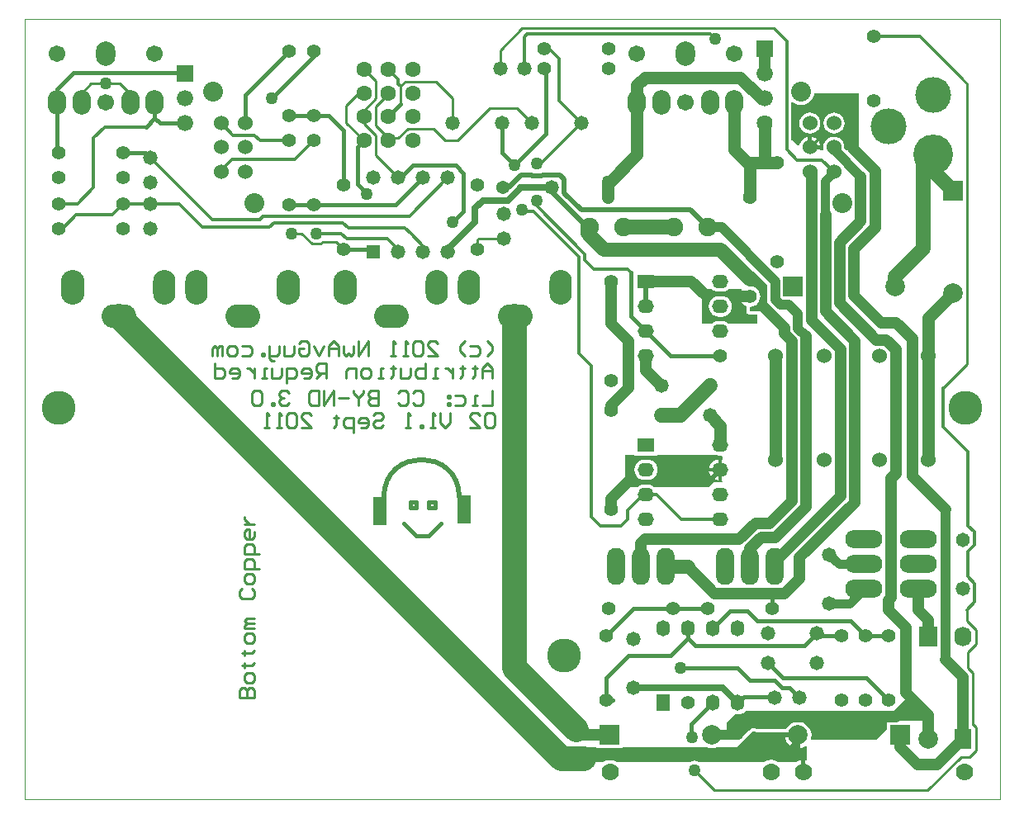
<source format=gbl>
%FSTAX24Y24*%
%MOIN*%
G70*
G01*
G75*
G04 Layer_Physical_Order=2*
G04 Layer_Color=16711680*
%ADD10C,0.0200*%
%ADD11C,0.0220*%
%ADD12C,0.0160*%
%ADD13C,0.0100*%
%ADD14C,0.0150*%
%ADD15C,0.0120*%
%ADD16C,0.0300*%
%ADD17C,0.0250*%
%ADD18C,0.0450*%
%ADD19C,0.0420*%
%ADD20C,0.1000*%
%ADD21C,0.0350*%
%ADD22C,0.0500*%
%ADD23C,0.0600*%
%ADD24C,0.0700*%
%ADD25C,0.0400*%
%ADD26C,0.0550*%
%ADD27C,0.0380*%
%ADD28C,0.0750*%
%ADD29R,0.0559X0.1130*%
%ADD30C,0.0010*%
%ADD31C,0.0670*%
%ADD32O,0.0748X0.0984*%
%ADD33O,0.0787X0.0984*%
%ADD34O,0.0950X0.1400*%
%ADD35O,0.0900X0.1400*%
%ADD36O,0.1400X0.0950*%
%ADD37C,0.0750*%
%ADD38C,0.0580*%
%ADD39C,0.0640*%
%ADD40C,0.0660*%
%ADD41R,0.0660X0.0660*%
%ADD42C,0.0550*%
%ADD43O,0.0540X0.0580*%
%ADD44C,0.0540*%
%ADD45C,0.0500*%
%ADD46C,0.1600*%
%ADD47C,0.1450*%
%ADD48C,0.0700*%
%ADD49O,0.0740X0.1500*%
%ADD50O,0.1500X0.0740*%
%ADD51C,0.0600*%
%ADD52C,0.0800*%
%ADD53O,0.0550X0.0650*%
%ADD54R,0.0550X0.0650*%
%ADD55R,0.0580X0.0580*%
%ADD56O,0.0650X0.0550*%
%ADD57R,0.0650X0.0550*%
%ADD58R,0.0787X0.0787*%
%ADD59C,0.0787*%
%ADD60R,0.0787X0.0787*%
%ADD61R,0.0730X0.0800*%
%ADD62R,0.0690X0.0800*%
%ADD63O,0.0690X0.0800*%
%ADD64C,0.1370*%
%ADD65C,0.0630*%
G36*
X009273Y-010945D02*
X009237Y-010991D01*
X009196Y-011092D01*
X009191Y-011125D01*
X0096D01*
Y-011275D01*
X009191D01*
X009196Y-011308D01*
X009237Y-011409D01*
X009304Y-011496D01*
X009391Y-011562D01*
X009461Y-011592D01*
X009461Y-0116D01*
X009457Y-011619D01*
Y-0118D01*
X009468Y-011855D01*
X009499Y-011901D01*
X009545Y-011932D01*
X0096Y-011943D01*
X0099D01*
Y-0123D01*
X008741D01*
X008659Y-012237D01*
X008558Y-012196D01*
X00845Y-012181D01*
X00835D01*
X008242Y-012196D01*
X008141Y-012237D01*
X008059Y-0123D01*
X00765D01*
Y-0109D01*
X008059D01*
X008141Y-010963D01*
X008242Y-011004D01*
X00835Y-011019D01*
X00845D01*
X008558Y-011004D01*
X008659Y-010963D01*
X008741Y-0109D01*
X009251D01*
X009273Y-010945D01*
D02*
G37*
G36*
X010284Y-010719D02*
Y-011326D01*
X010296Y-011415D01*
X01033Y-011498D01*
X010385Y-011569D01*
X010558Y-011742D01*
X0105Y-0118D01*
X0096D01*
Y-011619D01*
X009708Y-011604D01*
X009809Y-011562D01*
X009896Y-011496D01*
X009962Y-011409D01*
X010004Y-011308D01*
X010019Y-0112D01*
X010004Y-011092D01*
X009962Y-010991D01*
X009896Y-010904D01*
X009809Y-010838D01*
X009708Y-010796D01*
X0096Y-010781D01*
Y-0102D01*
X009765D01*
X010284Y-010719D01*
D02*
G37*
G36*
X008242Y-017604D02*
X00835Y-017619D01*
X00845D01*
X008462Y-017617D01*
X0085Y-01765D01*
Y-01775D01*
X008462Y-017783D01*
X008475Y-017785D01*
Y-0182D01*
Y-018615D01*
X008462Y-018617D01*
X0085Y-01865D01*
Y-018707D01*
X008131D01*
X007921Y-0189D01*
X005741D01*
X005659Y-018837D01*
X005558Y-018796D01*
X00545Y-018781D01*
X00535D01*
X005242Y-018796D01*
X005141Y-018837D01*
X005059Y-0189D01*
X004603D01*
X00455Y-018852D01*
Y-018545D01*
Y-0176D01*
X004935D01*
Y-017615D01*
X005865D01*
Y-0176D01*
X007976D01*
X007976Y-0176D01*
X007976Y-0176D01*
X008Y-01761D01*
Y-017624D01*
X008026Y-0176D01*
X008231D01*
X008242Y-017604D01*
D02*
G37*
G36*
X0166Y-027811D02*
Y-028327D01*
X015442D01*
Y-028366D01*
X015125D01*
Y-028688D01*
X014705Y-0291D01*
X012081D01*
X012053Y-029058D01*
X012061Y-029039D01*
X012079Y-0289D01*
X012061Y-028761D01*
X012007Y-028631D01*
X011922Y-028519D01*
X01181Y-028434D01*
X01168Y-02838D01*
X011541Y-028362D01*
X011402Y-02838D01*
X011272Y-028434D01*
X01116Y-028519D01*
X011075Y-028631D01*
X011065Y-028655D01*
X009852D01*
X009819Y-028642D01*
X00975Y-028633D01*
X009681Y-028642D01*
X009616Y-028669D01*
X009561Y-028711D01*
X009172Y-0291D01*
X00865D01*
Y-02843D01*
Y-028378D01*
X008984Y-028051D01*
X008992Y-028054D01*
X0091Y-028069D01*
X009208Y-028054D01*
X009309Y-028012D01*
X009396Y-027946D01*
X00942Y-027914D01*
X013266D01*
X0133Y-027919D01*
X013334Y-027914D01*
X014216D01*
X01425Y-027919D01*
X014284Y-027914D01*
X015166D01*
X0152Y-027919D01*
X015234Y-027914D01*
X015758D01*
X016231Y-02745D01*
X0166Y-027811D01*
D02*
G37*
G36*
X014Y-005255D02*
X01395Y-0053D01*
X013479D01*
X013397Y-005219D01*
X013404Y-00517D01*
X013389Y-00506D01*
X013347Y-004958D01*
X01328Y-00487D01*
X013192Y-004803D01*
X01309Y-004761D01*
X01298Y-004746D01*
X01287Y-004761D01*
X012768Y-004803D01*
X01268Y-00487D01*
X012613Y-004958D01*
X012571Y-00506D01*
X012556Y-00517D01*
X012567Y-005247D01*
X01253Y-005289D01*
X01246D01*
X012423Y-005247D01*
X012424Y-005245D01*
X01201D01*
Y-00517D01*
X011935D01*
Y-004756D01*
X0119Y-004761D01*
X011798Y-004803D01*
X01171Y-00487D01*
X011643Y-004958D01*
X011601Y-00506D01*
X011598Y-00508D01*
X011533Y-005104D01*
X0113Y-004894D01*
X011264D01*
Y-003361D01*
X011364D01*
X011408Y-003394D01*
X011534Y-003447D01*
X01167Y-003464D01*
X011806Y-003447D01*
X011932Y-003394D01*
X012041Y-003311D01*
X012124Y-003202D01*
X012177Y-003076D01*
X012187Y-003D01*
X014D01*
Y-005255D01*
D02*
G37*
G36*
X011011Y-028838D02*
X011012Y-028825D01*
X011541D01*
Y-0289D01*
X011616D01*
Y-029428D01*
X01168Y-02942D01*
X01181Y-029366D01*
X01185Y-029335D01*
X011895Y-029357D01*
Y-029887D01*
X011858Y-02992D01*
X011825Y-029916D01*
Y-0304D01*
X011675D01*
Y-029916D01*
X011622Y-029923D01*
X011503Y-029972D01*
X011466Y-03D01*
X010734D01*
X010697Y-029972D01*
X010578Y-029923D01*
X01045Y-029906D01*
X010322Y-029923D01*
X010203Y-029972D01*
X010166Y-03D01*
X007561D01*
X007547Y-029989D01*
X007452Y-02995D01*
X00735Y-029937D01*
X007248Y-02995D01*
X007153Y-029989D01*
X007139Y-03D01*
X004234D01*
X004197Y-029972D01*
X004078Y-029923D01*
X00395Y-029906D01*
X003822Y-029923D01*
X003703Y-029972D01*
X003666Y-03D01*
X0031D01*
Y-0294D01*
X003407D01*
Y-029434D01*
X004475D01*
Y-0294D01*
X007872D01*
X00792Y-02942D01*
X008059Y-029438D01*
X008198Y-02942D01*
X008247Y-0294D01*
X009382D01*
X010011Y-0288D01*
X010978D01*
X011011Y-028838D01*
D02*
G37*
%LPC*%
G36*
X008325Y-018275D02*
X007941D01*
X007946Y-018308D01*
X007987Y-018409D01*
X008054Y-018496D01*
X008141Y-018563D01*
X008242Y-018604D01*
X008325Y-018615D01*
Y-018275D01*
D02*
G37*
G36*
X011466Y-028975D02*
X011013D01*
X011021Y-029039D01*
X011075Y-029169D01*
X01116Y-029281D01*
X011272Y-029366D01*
X011402Y-02942D01*
X011466Y-029428D01*
Y-028975D01*
D02*
G37*
G36*
X00545Y-017781D02*
X00535D01*
X005242Y-017796D01*
X005141Y-017838D01*
X005054Y-017904D01*
X004988Y-017991D01*
X004946Y-018092D01*
X004931Y-0182D01*
X004946Y-018308D01*
X004988Y-018409D01*
X005032Y-018467D01*
X005054Y-018496D01*
X005141Y-018563D01*
X005242Y-018604D01*
X00535Y-018619D01*
X00545D01*
X005558Y-018604D01*
X005659Y-018563D01*
X005746Y-018496D01*
X005768Y-018467D01*
X005813Y-018409D01*
X005854Y-018308D01*
X005869Y-0182D01*
X005854Y-018092D01*
X005813Y-017991D01*
X005746Y-017904D01*
X005659Y-017838D01*
X005558Y-017796D01*
X00545Y-017781D01*
D02*
G37*
G36*
X01201Y-003776D02*
X0119Y-003791D01*
X011798Y-003833D01*
X01171Y-0039D01*
X011643Y-003988D01*
X011601Y-00409D01*
X011586Y-0042D01*
X011601Y-00431D01*
X011643Y-004412D01*
X01171Y-0045D01*
X011798Y-004567D01*
X0119Y-004609D01*
X01201Y-004624D01*
X01212Y-004609D01*
X012222Y-004567D01*
X01231Y-0045D01*
X012377Y-004412D01*
X012419Y-00431D01*
X012434Y-0042D01*
X012419Y-00409D01*
X012377Y-003988D01*
X01231Y-0039D01*
X012222Y-003833D01*
X01212Y-003791D01*
X01201Y-003776D01*
D02*
G37*
G36*
X01299D02*
X01288Y-003791D01*
X012778Y-003833D01*
X01269Y-0039D01*
X012623Y-003988D01*
X012581Y-00409D01*
X012566Y-0042D01*
X012581Y-00431D01*
X012623Y-004412D01*
X01269Y-0045D01*
X012778Y-004567D01*
X01288Y-004609D01*
X01299Y-004624D01*
X0131Y-004609D01*
X013202Y-004567D01*
X01329Y-0045D01*
X013357Y-004412D01*
X013399Y-00431D01*
X013414Y-0042D01*
X013399Y-00409D01*
X013357Y-003988D01*
X01329Y-0039D01*
X013202Y-003833D01*
X0131Y-003791D01*
X01299Y-003776D01*
D02*
G37*
G36*
X012085Y-004756D02*
Y-005095D01*
X012424D01*
X012419Y-00506D01*
X012377Y-004958D01*
X01231Y-00487D01*
X012222Y-004803D01*
X01212Y-004761D01*
X012085Y-004756D01*
D02*
G37*
G36*
X008325Y-017785D02*
X008242Y-017796D01*
X008141Y-017838D01*
X008054Y-017904D01*
X008Y-017974D01*
X007987Y-017991D01*
X007946Y-018092D01*
X007941Y-018125D01*
X008325D01*
Y-017785D01*
D02*
G37*
G36*
X00845Y-011181D02*
X00835D01*
X008242Y-011196D01*
X008141Y-011237D01*
X008054Y-011304D01*
X007987Y-011391D01*
X007946Y-011492D01*
X007931Y-0116D01*
X007946Y-011708D01*
X007987Y-011809D01*
X008054Y-011896D01*
X008141Y-011962D01*
X008242Y-012004D01*
X00835Y-012019D01*
X00845D01*
X008558Y-012004D01*
X008659Y-011962D01*
X008746Y-011896D01*
X008813Y-011809D01*
X008854Y-011708D01*
X008869Y-0116D01*
X008854Y-011492D01*
X008813Y-011391D01*
X008746Y-011304D01*
X008659Y-011237D01*
X008558Y-011196D01*
X00845Y-011181D01*
D02*
G37*
%LPD*%
D10*
X-002139Y-0193D02*
G03*
X-005181Y-0193I-001521J0D01*
G01*
X002783Y-0077D02*
X007189D01*
X00788Y-01872D02*
X0084Y-0182D01*
X00562Y-01872D02*
X00788D01*
X004505Y-018705D02*
X005605D01*
X004Y-01921D02*
X004505Y-018705D01*
X005605D02*
X00562Y-01872D01*
X004Y-0198D02*
Y-01921D01*
X003714Y-02983D02*
X00882D01*
X009053Y-029597D01*
X0029Y-02985D02*
X003694D01*
X003714Y-02983D01*
X00975Y-0289D02*
X011541D01*
X01019Y-01166D02*
X010207Y-011643D01*
Y-010807D01*
X-000384Y-0068D02*
X-000158D01*
X001584Y-006954D02*
X00303Y-0084D01*
X001584Y-006954D02*
Y-0068D01*
X0021Y-007017D02*
Y-006651D01*
Y-007017D02*
X002783Y-0077D01*
X004Y-0198D02*
X004095Y-019705D01*
X0054Y-0116D02*
Y-0106D01*
X0021Y-006651D02*
Y-00645D01*
X000805Y-00631D02*
X001195D01*
X000795Y-0063D02*
X000805Y-00631D01*
X00194Y-00629D02*
X0021Y-00645D01*
X001215Y-00629D02*
X00194D01*
X001195Y-00631D02*
X001215Y-00629D01*
X000345Y-0063D02*
X000795D01*
X000285Y-00636D02*
X000345Y-0063D01*
X000282Y-00636D02*
X000285D01*
X-000158Y-0068D02*
X000282Y-00636D01*
X007745Y-011105D02*
X009605D01*
X0097Y-0112D01*
X007189Y-0077D02*
X007889Y-0084D01*
X0099Y-0105D02*
X010207Y-010807D01*
X0096Y-0105D02*
X0099D01*
D12*
X-008Y-0015D02*
Y-0013D01*
X-009695Y-003195D02*
X-008Y-0015D01*
X-01076Y-00306D02*
X-009Y-0013D01*
Y-0039D02*
X-0074D01*
X-0068Y-0045D01*
X0068Y-0262D02*
X0091D01*
X0096Y-0267D01*
X0104D01*
X01425Y-0249D02*
X0152D01*
X0143Y-0266D02*
X0152Y-0275D01*
X010916Y-0266D02*
X0143D01*
X010316Y-026D02*
X010916Y-0266D01*
X01365Y-0243D02*
X01425Y-0249D01*
X0081Y-0246D02*
X0088Y-0239D01*
X0095D01*
X0099Y-0243D01*
X01365D01*
X0038Y-0249D02*
X0049Y-0238D01*
X0065D01*
X0079D01*
X-005984Y-005016D02*
Y-0048D01*
X-00229Y-0059D02*
X-00197Y-00622D01*
X-004Y-0059D02*
X-00229D01*
X-0045Y-0064D02*
X-004Y-0059D01*
X-0046Y-0064D02*
X-0045D01*
X-0068Y-0067D02*
Y-0045D01*
X-014432Y-003992D02*
X-014223Y-0042D01*
X-0132D01*
X-014432Y-003992D02*
Y-003368D01*
X-01479Y-00435D02*
X-014432Y-003992D01*
X-01076Y-0042D02*
Y-00306D01*
X-0148Y-0054D02*
X-0146Y-0056D01*
X-0157Y-0054D02*
X-0148D01*
X-018369Y-005332D02*
X-0183Y-0054D01*
X0104Y-0267D02*
X0106D01*
X0109Y-027D01*
X0112D01*
X0116Y-0274D01*
X-00197Y-00777D02*
Y-00622D01*
X-0024Y-0082D02*
X-00197Y-00777D01*
D13*
X-017Y-0026D02*
X-01585D01*
X-015416Y-003368D02*
Y-003034D01*
X-01585Y-0026D02*
X-015416Y-003034D01*
X-017384Y-002984D02*
X-017Y-0026D01*
X-017384Y-003368D02*
Y-002984D01*
X00735Y-03033D02*
X007375D01*
X00817Y-031125D01*
X016775D01*
X018116Y-029784D01*
X-017384Y-003368D02*
Y-002984D01*
X-015416Y-003368D02*
Y-003134D01*
X-00049Y-002D02*
Y-001265D01*
X0004Y-000375D01*
X-004317Y-002515D02*
X-003085D01*
X-0024Y-0032D01*
Y-0042D02*
Y-0032D01*
X-004508Y-003424D02*
Y-002705D01*
X-004317Y-002515D01*
X-005Y-0048D02*
X-004602D01*
X-004217Y-004415D01*
X-003185D01*
X-0027Y-0049D01*
X-0022D01*
X-0009Y-0036D01*
X0002D01*
X0008Y-0042D01*
X-004417Y-002599D02*
X-004401D01*
X-0055Y-0055D02*
X-0046Y-0064D01*
X-0055Y-0055D02*
Y-005102D01*
X-005499Y-005101D01*
X-0055Y-005102D02*
X-005499Y-005101D01*
Y-004699D01*
X-005984Y-004214D02*
Y-003916D01*
Y-004214D02*
X-005499Y-004699D01*
X-0055Y-0043D02*
X-005Y-0048D01*
Y-0049D02*
Y-0048D01*
X-005499Y-003201D02*
Y-002501D01*
X-005984Y-003916D02*
Y-003686D01*
Y-002016D02*
X-005499Y-002501D01*
X-005984Y-003686D02*
X-005499Y-003201D01*
X-0055Y-0043D02*
X-005499Y-004299D01*
Y-003512D01*
X-005Y-003013D01*
Y-003D01*
X-0067Y-004184D02*
X-005984Y-0049D01*
X-0067Y-004184D02*
Y-0035D01*
X-0062Y-003D01*
X-005984D01*
X010575Y-000375D02*
X01108Y-00088D01*
X0004Y-000375D02*
X010575D01*
X-008494Y-00865D02*
X-008074Y-00907D01*
X-007726D01*
X-007656Y-009D01*
X-0071D01*
X-0068Y-0093D01*
X-0089Y-00865D02*
X-008494D01*
X-0014Y-0089D02*
X-00135Y-00885D01*
X-00035D01*
X-0014Y-0093D02*
Y-0089D01*
X01201Y-00517D02*
X01203D01*
X0125Y-0047D01*
X013228D01*
X01375Y-005222D01*
X01835Y-024308D02*
Y-02385D01*
Y-024308D02*
X018715Y-024673D01*
Y-025235D02*
Y-024673D01*
X0184Y-02555D02*
X018715Y-025235D01*
X0184Y-026191D02*
Y-02555D01*
Y-026191D02*
X018595Y-026386D01*
Y-028489D02*
Y-026386D01*
Y-028489D02*
X018615D01*
X018715Y-028589D01*
Y-029529D02*
Y-028589D01*
X018116Y-029784D02*
X01846D01*
X018715Y-029529D01*
X018364Y-011506D02*
Y-002614D01*
X01815Y-0024D02*
X018364Y-002614D01*
Y-013936D02*
Y-011506D01*
X0174Y-0149D02*
X018364Y-013936D01*
X-011Y-0274D02*
X-0104D01*
Y-0271D01*
X-0105Y-027D01*
X-0106D01*
X-0107Y-0271D01*
Y-0274D01*
Y-0271D01*
X-0108Y-027D01*
X-0109D01*
X-011Y-0271D01*
Y-0274D01*
X-0104Y-0267D02*
Y-0265D01*
X-0105Y-0264D01*
X-0107D01*
X-0108Y-0265D01*
Y-0267D01*
X-0107Y-0268D01*
X-0105D01*
X-0104Y-0267D01*
X-0109Y-0261D02*
X-0108D01*
Y-0262D01*
Y-026D01*
Y-0261D01*
X-0105D01*
X-0104Y-026D01*
X-0109Y-025601D02*
X-0108D01*
Y-025701D01*
Y-025501D01*
Y-025601D01*
X-0105D01*
X-0104Y-025501D01*
Y-025101D02*
Y-024901D01*
X-0105Y-024801D01*
X-0107D01*
X-0108Y-024901D01*
Y-025101D01*
X-0107Y-025201D01*
X-0105D01*
X-0104Y-025101D01*
Y-024601D02*
X-0108D01*
Y-024501D01*
X-0107Y-024401D01*
X-0104D01*
X-0107D01*
X-0108Y-024301D01*
X-0107Y-024201D01*
X-0104D01*
X-0109Y-023001D02*
X-011Y-023101D01*
Y-023301D01*
X-0109Y-023401D01*
X-0105D01*
X-0104Y-023301D01*
Y-023101D01*
X-0105Y-023001D01*
X-0104Y-022702D02*
Y-022502D01*
X-0105Y-022402D01*
X-0107D01*
X-0108Y-022502D01*
Y-022702D01*
X-0107Y-022801D01*
X-0105D01*
X-0104Y-022702D01*
X-0102Y-022202D02*
X-0108D01*
Y-021902D01*
X-0107Y-021802D01*
X-0105D01*
X-0104Y-021902D01*
Y-022202D01*
X-0102Y-021602D02*
X-0108D01*
Y-021302D01*
X-0107Y-021202D01*
X-0105D01*
X-0104Y-021302D01*
Y-021602D01*
Y-020702D02*
Y-020902D01*
X-0105Y-021002D01*
X-0107D01*
X-0108Y-020902D01*
Y-020702D01*
X-0107Y-020602D01*
X-0106D01*
Y-021002D01*
X-0108Y-020402D02*
X-0104D01*
X-0106D01*
X-0107Y-020302D01*
X-0108Y-020202D01*
Y-020102D01*
X-001Y-0136D02*
X-0008Y-0134D01*
Y-0132D01*
X-001Y-013D01*
X-0017Y-0132D02*
X-0014D01*
X-0013Y-0133D01*
Y-0135D01*
X-0014Y-0136D01*
X-0017D01*
X-0019D02*
X-0021Y-0134D01*
Y-0132D01*
X-0019Y-013D01*
X-003399Y-0136D02*
X-002999D01*
X-003399Y-0132D01*
Y-0131D01*
X-003299Y-013D01*
X-003099D01*
X-002999Y-0131D01*
X-003599D02*
X-003699Y-013D01*
X-003899D01*
X-003999Y-0131D01*
Y-0135D01*
X-003899Y-0136D01*
X-003699D01*
X-003599Y-0135D01*
Y-0131D01*
X-004199Y-0136D02*
X-004399D01*
X-004299D01*
Y-013D01*
X-004199Y-0131D01*
X-004699Y-0136D02*
X-004899D01*
X-004799D01*
Y-013D01*
X-004699Y-0131D01*
X-005798Y-0136D02*
Y-013D01*
X-006198Y-0136D01*
Y-013D01*
X-006398Y-0132D02*
Y-0135D01*
X-006498Y-0136D01*
X-006598Y-0135D01*
X-006698Y-0136D01*
X-006798Y-0135D01*
Y-0132D01*
X-006998Y-0136D02*
Y-0132D01*
X-007198Y-013D01*
X-007398Y-0132D01*
Y-0136D01*
Y-0133D01*
X-006998D01*
X-007598Y-0132D02*
X-007798Y-0136D01*
X-007998Y-0132D01*
X-008597Y-0131D02*
X-008498Y-013D01*
X-008298D01*
X-008198Y-0131D01*
Y-0135D01*
X-008298Y-0136D01*
X-008498D01*
X-008597Y-0135D01*
Y-0133D01*
X-008398D01*
X-008797Y-0132D02*
Y-0135D01*
X-008897Y-0136D01*
X-009197D01*
Y-0132D01*
X-009397D02*
Y-0135D01*
X-009497Y-0136D01*
X-009797D01*
Y-0137D01*
X-009697Y-0138D01*
X-009597D01*
X-009797Y-0136D02*
Y-0132D01*
X-009997Y-0136D02*
Y-0135D01*
X-010097D01*
Y-0136D01*
X-009997D01*
X-010897Y-0132D02*
X-010597D01*
X-010497Y-0133D01*
Y-0135D01*
X-010597Y-0136D01*
X-010897D01*
X-011197D02*
X-011397D01*
X-011497Y-0135D01*
Y-0133D01*
X-011397Y-0132D01*
X-011197D01*
X-011097Y-0133D01*
Y-0135D01*
X-011197Y-0136D01*
X-011696D02*
Y-0132D01*
X-011796D01*
X-011896Y-0133D01*
Y-0136D01*
Y-0133D01*
X-011996Y-0132D01*
X-012096Y-0133D01*
Y-0136D01*
X-0008Y-015D02*
Y-0156D01*
X-0012D01*
X-0014D02*
X-0016D01*
X-0015D01*
Y-0152D01*
X-0014D01*
X-0023D02*
X-002D01*
X-0019Y-0153D01*
Y-0155D01*
X-002Y-0156D01*
X-0023D01*
X-002499Y-0152D02*
X-002599D01*
Y-0153D01*
X-002499D01*
Y-0152D01*
Y-0155D02*
X-002599D01*
Y-0156D01*
X-002499D01*
Y-0155D01*
X-003999Y-0151D02*
X-003899Y-015D01*
X-003699D01*
X-003599Y-0151D01*
Y-0155D01*
X-003699Y-0156D01*
X-003899D01*
X-003999Y-0155D01*
X-004599Y-0151D02*
X-004499Y-015D01*
X-004299D01*
X-004199Y-0151D01*
Y-0155D01*
X-004299Y-0156D01*
X-004499D01*
X-004599Y-0155D01*
X-005399Y-015D02*
Y-0156D01*
X-005698D01*
X-005798Y-0155D01*
Y-0154D01*
X-005698Y-0153D01*
X-005399D01*
X-005698D01*
X-005798Y-0152D01*
Y-0151D01*
X-005698Y-015D01*
X-005399D01*
X-005998D02*
Y-0151D01*
X-006198Y-0153D01*
X-006398Y-0151D01*
Y-015D01*
X-006198Y-0153D02*
Y-0156D01*
X-006598Y-0153D02*
X-006998D01*
X-007198Y-0156D02*
Y-015D01*
X-007598Y-0156D01*
Y-015D01*
X-007798D02*
Y-0156D01*
X-008098D01*
X-008198Y-0155D01*
Y-0151D01*
X-008098Y-015D01*
X-007798D01*
X-008997Y-0151D02*
X-009097Y-015D01*
X-009297D01*
X-009397Y-0151D01*
Y-0152D01*
X-009297Y-0153D01*
X-009197D01*
X-009297D01*
X-009397Y-0154D01*
Y-0155D01*
X-009297Y-0156D01*
X-009097D01*
X-008997Y-0155D01*
X-009597Y-0156D02*
Y-0155D01*
X-009697D01*
Y-0156D01*
X-009597D01*
X-010097Y-0151D02*
X-010197Y-015D01*
X-010397D01*
X-010497Y-0151D01*
Y-0155D01*
X-010397Y-0156D01*
X-010197D01*
X-010097Y-0155D01*
Y-0151D01*
X-0008Y-0145D02*
Y-0141D01*
X-001Y-0139D01*
X-0012Y-0141D01*
Y-0145D01*
Y-0142D01*
X-0008D01*
X-0015Y-014D02*
Y-0141D01*
X-0014D01*
X-0016D01*
X-0015D01*
Y-0144D01*
X-0016Y-0145D01*
X-002Y-014D02*
Y-0141D01*
X-0019D01*
X-0021D01*
X-002D01*
Y-0144D01*
X-0021Y-0145D01*
X-002399Y-0141D02*
Y-0145D01*
Y-0143D01*
X-002499Y-0142D01*
X-002599Y-0141D01*
X-002699D01*
X-002999Y-0145D02*
X-003199D01*
X-003099D01*
Y-0141D01*
X-002999D01*
X-003499Y-0139D02*
Y-0145D01*
X-003799D01*
X-003899Y-0144D01*
Y-0143D01*
Y-0142D01*
X-003799Y-0141D01*
X-003499D01*
X-004099D02*
Y-0144D01*
X-004199Y-0145D01*
X-004499D01*
Y-0141D01*
X-004799Y-014D02*
Y-0141D01*
X-004699D01*
X-004899D01*
X-004799D01*
Y-0144D01*
X-004899Y-0145D01*
X-005199D02*
X-005399D01*
X-005299D01*
Y-0141D01*
X-005199D01*
X-005798Y-0145D02*
X-005998D01*
X-006098Y-0144D01*
Y-0142D01*
X-005998Y-0141D01*
X-005798D01*
X-005698Y-0142D01*
Y-0144D01*
X-005798Y-0145D01*
X-006298D02*
Y-0141D01*
X-006598D01*
X-006698Y-0142D01*
Y-0145D01*
X-007498D02*
Y-0139D01*
X-007798D01*
X-007898Y-014D01*
Y-0142D01*
X-007798Y-0143D01*
X-007498D01*
X-007698D02*
X-007898Y-0145D01*
X-008398D02*
X-008198D01*
X-008098Y-0144D01*
Y-0142D01*
X-008198Y-0141D01*
X-008398D01*
X-008498Y-0142D01*
Y-0143D01*
X-008098D01*
X-009097Y-0147D02*
Y-0141D01*
X-008797D01*
X-008697Y-0142D01*
Y-0144D01*
X-008797Y-0145D01*
X-009097D01*
X-009297Y-0141D02*
Y-0144D01*
X-009397Y-0145D01*
X-009697D01*
Y-0141D01*
X-009897Y-0145D02*
X-010097D01*
X-009997D01*
Y-0141D01*
X-009897D01*
X-010397D02*
Y-0145D01*
Y-0143D01*
X-010497Y-0142D01*
X-010597Y-0141D01*
X-010697D01*
X-011297Y-0145D02*
X-011097D01*
X-010997Y-0144D01*
Y-0142D01*
X-011097Y-0141D01*
X-011297D01*
X-011397Y-0142D01*
Y-0143D01*
X-010997D01*
X-011996Y-0139D02*
Y-0145D01*
X-011696D01*
X-011597Y-0144D01*
Y-0142D01*
X-011696Y-0141D01*
X-011996D01*
X-001Y-0159D02*
X-0008D01*
X-0007Y-016D01*
Y-0164D01*
X-0008Y-0165D01*
X-001D01*
X-0011Y-0164D01*
Y-016D01*
X-001Y-0159D01*
X-0017Y-0165D02*
X-0013D01*
X-0017Y-0161D01*
Y-016D01*
X-0016Y-0159D01*
X-0014D01*
X-0013Y-016D01*
X-002499Y-0159D02*
Y-0163D01*
X-002699Y-0165D01*
X-002899Y-0163D01*
Y-0159D01*
X-003099Y-0165D02*
X-003299D01*
X-003199D01*
Y-0159D01*
X-003099Y-016D01*
X-003599Y-0165D02*
Y-0164D01*
X-003699D01*
Y-0165D01*
X-003599D01*
X-004099D02*
X-004299D01*
X-004199D01*
Y-0159D01*
X-004099Y-016D01*
X-005598D02*
X-005498Y-0159D01*
X-005299D01*
X-005199Y-016D01*
Y-0161D01*
X-005299Y-0162D01*
X-005498D01*
X-005598Y-0163D01*
Y-0164D01*
X-005498Y-0165D01*
X-005299D01*
X-005199Y-0164D01*
X-006098Y-0165D02*
X-005898D01*
X-005798Y-0164D01*
Y-0162D01*
X-005898Y-0161D01*
X-006098D01*
X-006198Y-0162D01*
Y-0163D01*
X-005798D01*
X-006398Y-0167D02*
Y-0161D01*
X-006698D01*
X-006798Y-0162D01*
Y-0164D01*
X-006698Y-0165D01*
X-006398D01*
X-007098Y-016D02*
Y-0161D01*
X-006998D01*
X-007198D01*
X-007098D01*
Y-0164D01*
X-007198Y-0165D01*
X-008497D02*
X-008098D01*
X-008497Y-0161D01*
Y-016D01*
X-008398Y-0159D01*
X-008198D01*
X-008098Y-016D01*
X-008697D02*
X-008797Y-0159D01*
X-008997D01*
X-009097Y-016D01*
Y-0164D01*
X-008997Y-0165D01*
X-008797D01*
X-008697Y-0164D01*
Y-016D01*
X-009297Y-0165D02*
X-009497D01*
X-009397D01*
Y-0159D01*
X-009297Y-016D01*
X-009797Y-0165D02*
X-009997D01*
X-009897D01*
Y-0159D01*
X-009797Y-016D01*
D14*
X-018369Y-002828D02*
X-017695Y-002155D01*
X-013245D01*
X-0132Y-0022D01*
X00724Y-02899D02*
X00725Y-029D01*
X00724Y-02899D02*
Y-02846D01*
X0048Y-0105D02*
Y-01023D01*
X-0004Y-0054D02*
X00009Y-00589D01*
X-0004Y-0054D02*
Y-0042D01*
X00724Y-02846D02*
X0081Y-0276D01*
X0064Y-0257D02*
X0071Y-025D01*
X0047Y-0257D02*
X0064D01*
X0038Y-0266D02*
X0047Y-0257D01*
X0038Y-0275D02*
Y-0266D01*
X0071Y-025D02*
Y-0246D01*
Y-025D02*
X0074Y-0253D01*
X011784D01*
X012284Y-0248D01*
X012384Y-0249D01*
X0133D01*
X0105Y-0238D02*
Y-023195D01*
Y-0238D02*
Y-023562D01*
X0038Y-0275D02*
X00405D01*
X-005Y-0051D02*
Y-0048D01*
X-00625Y-00667D02*
Y-00571D01*
Y-00667D02*
X-00587Y-00705D01*
X-0057Y-0093D02*
X-0056Y-0094D01*
X-0068Y-0093D02*
X-0057D01*
X-009Y-0075D02*
X-0047D01*
X-0036Y-0064D01*
X-018369Y-003368D02*
Y-002828D01*
Y-005332D02*
Y-003368D01*
X0048Y-012D02*
Y-0105D01*
Y-012D02*
X0054Y-0126D01*
X0064Y-0136D02*
X0084D01*
X0054Y-0126D02*
X0064Y-0136D01*
X0091Y-0276D02*
X00935Y-02735D01*
X01055D01*
X0106Y-0274D01*
X00135Y-00463D02*
Y-002D01*
X00009Y-00589D02*
X00135Y-00463D01*
X-005Y-003916D02*
X-004508Y-003424D01*
X-005Y-0049D02*
Y-0048D01*
X-00625Y-00571D02*
Y-005166D01*
X-005984Y-0049D01*
X-00437Y-02035D02*
X-00387Y-02085D01*
X-00337D01*
X-00287Y-02035D01*
X-00411Y-01974D02*
Y-01949D01*
X-00386D01*
Y-01974D01*
X-00411D01*
X-00336D02*
Y-01949D01*
X-00311D01*
Y-01974D01*
X-00336D01*
D15*
X-00433Y-00843D02*
X-00409Y-00867D01*
X-00661Y-00843D02*
X-00433D01*
X-00683Y-00821D02*
X-00661Y-00843D01*
X-00726Y-00821D02*
X-00683D01*
X-008Y-00865D02*
X-006894D01*
X-006684Y-00886D01*
X-00504D01*
X-0046Y-0093D01*
Y-0094D02*
Y-0093D01*
X-0146Y-0056D02*
X-01211Y-00809D01*
X-01019D01*
X-01006Y-00796D01*
X-00818D01*
X-00836Y-00821D02*
X-00726D01*
X-00409Y-00867D02*
X-0036Y-00916D01*
Y-0094D02*
Y-00916D01*
X-004155Y-007955D02*
X-0026Y-0064D01*
X-00818Y-00796D02*
X-008175Y-007955D01*
X-004155D01*
X00439Y-02046D02*
X00467Y-02018D01*
Y-01983D01*
X0053Y-0192D01*
X0054D01*
X00584D01*
X00684Y-0202D01*
X0084D01*
X00116Y-00584D02*
X0028Y-0042D01*
X001Y-00584D02*
X00116D01*
X01108Y-00526D02*
X011499Y-005679D01*
X012489D02*
X01298Y-00617D01*
X01459Y-00071D02*
X0146Y-0007D01*
X-00876Y-00566D02*
X-008Y-0049D01*
X-0113Y-00566D02*
X-00876D01*
X-01174Y-0061D02*
X-0113Y-00566D01*
X-01174Y-00617D02*
Y-0061D01*
Y-0042D02*
X-01126Y-00468D01*
X-0104D01*
X-01018Y-0049D01*
X-0092D01*
X011499Y-005679D02*
X012489D01*
X-01645Y-0026D02*
X-0164Y-00265D01*
X00049Y-002D02*
Y-000715D01*
X0006Y-000605D01*
X008D01*
X0019Y-0033D02*
X0028Y-0042D01*
X0019Y-0033D02*
Y-0016D01*
X0013Y-0012D02*
X0015D01*
X0019Y-0016D01*
X-005Y-002016D02*
X-0046Y-002416D01*
Y-002613D02*
Y-002416D01*
Y-002613D02*
X-004508Y-002705D01*
X008Y-000605D02*
X008195Y-0008D01*
X0082D01*
X01108Y-00526D02*
Y-00088D01*
X-00871Y-00821D02*
X-00836D01*
X-0183Y-00745D02*
X-01755D01*
X-0169Y-0068D01*
Y-0048D01*
X-01645Y-00435D01*
X-01479D01*
X-0183Y-00845D02*
X-01815D01*
X-0176Y-0079D01*
X-01615D01*
X-0157Y-00745D01*
X-0146D01*
X-01345D01*
X-0125Y-0084D01*
X00356Y-02046D02*
X00439D01*
X0032Y-0201D02*
X00356Y-02046D01*
X0027Y-0135D02*
Y-0096D01*
Y-0135D02*
X0032Y-014D01*
Y-0201D02*
Y-014D01*
X-00961Y-00821D02*
X-00871D01*
X-0098Y-0084D02*
X-00961Y-00821D01*
X-0125Y-0084D02*
X-0098D01*
X00047Y-00777D02*
X00087D01*
X0004Y-0077D02*
X00047Y-00777D01*
X00087D02*
X0027Y-0096D01*
X00098Y-007541D02*
Y-00734D01*
Y-007541D02*
X00294Y-009501D01*
Y-00974D02*
Y-009501D01*
Y-00974D02*
X0033Y-0101D01*
X00467D01*
X0048Y-01023D01*
X0146Y-0007D02*
X01645D01*
X01815Y-0024D01*
X0174Y-01645D02*
Y-0149D01*
X01865Y-021222D02*
Y-020809D01*
X018386Y-021486D02*
X01865Y-021222D01*
X018386Y-022506D02*
Y-021486D01*
Y-022506D02*
X01867Y-02279D01*
X01835Y-02385D02*
X01867Y-02353D01*
Y-02279D01*
X01865Y-020809D02*
Y-0207D01*
X0184Y-02045D02*
X01865Y-0207D01*
X0184Y-02045D02*
Y-01745D01*
X0174Y-01645D02*
X0184Y-01745D01*
D16*
X009121Y-0289D02*
X009801Y-02822D01*
D17*
X008484Y-026984D02*
X0091Y-0276D01*
X0049Y-026984D02*
X008484D01*
X009053Y-029597D02*
X00975Y-0289D01*
X00033Y-0068D02*
X001584D01*
X-0026Y-0094D02*
X-00245D01*
X00033Y-006814D02*
Y-0068D01*
X-000171Y-007315D02*
X00033Y-006814D01*
X-001185Y-007315D02*
X-000171D01*
X-0015Y-00763D02*
X-001185Y-007315D01*
X-0015Y-0082D02*
Y-00763D01*
X-0026Y-0093D02*
X-0015Y-0082D01*
X-0026Y-0094D02*
Y-0093D01*
X011541Y-029209D02*
Y-0289D01*
X011152Y-029597D02*
X011541Y-029209D01*
X009053Y-029597D02*
X011152D01*
D18*
X004Y-019355D02*
X00465Y-018705D01*
X004Y-0198D02*
Y-019355D01*
X015504Y-028161D02*
X016183Y-027483D01*
X01492Y-028161D02*
X015504D01*
X014232Y-02885D02*
X01492Y-028161D01*
X012536Y-02885D02*
X014232D01*
X011847Y-028161D02*
X012536Y-02885D01*
X010616Y-028161D02*
X011847D01*
X015659Y-029409D02*
X01635Y-0301D01*
X015659Y-029409D02*
Y-0289D01*
X01635Y-0301D02*
X017159D01*
X0182Y-029059D01*
X0028Y-0289D02*
X003941D01*
X0026Y-0287D02*
X0028Y-0289D01*
X0164Y-02385D02*
Y-023D01*
Y-02385D02*
X0168Y-02425D01*
Y-024941D02*
Y-02425D01*
X016155Y-018455D02*
X0175Y-0198D01*
X01375Y-005222D02*
X014645Y-006117D01*
Y-008411D02*
Y-006117D01*
X01379Y-009266D02*
X014645Y-008411D01*
X01379Y-01115D02*
Y-009266D01*
Y-01115D02*
X01489Y-01225D01*
X0155D01*
X016155Y-012905D01*
Y-018455D02*
Y-012905D01*
X0175Y-02585D02*
X0182Y-02655D01*
Y-02855D02*
Y-02655D01*
X01322Y-01147D02*
X014705Y-012955D01*
X0168Y-029059D02*
Y-0281D01*
X0159Y-0272D02*
X0168Y-0281D01*
X0159Y-0272D02*
Y-02455D01*
X0152Y-02385D02*
X0159Y-02455D01*
X0152Y-02385D02*
Y-023457D01*
X015295Y-023362D01*
Y-018542D01*
X015485Y-018352D01*
Y-013333D01*
X015107Y-012955D02*
X015485Y-013333D01*
X014705Y-012955D02*
X015107D01*
X01322Y-01147D02*
Y-00903D01*
X014075Y-008175D02*
Y-006353D01*
X01322Y-00903D02*
X014075Y-008175D01*
X01298Y-005258D02*
Y-00517D01*
X0096Y-02137D02*
X01005Y-02092D01*
X0096Y-0221D02*
Y-02137D01*
X0106Y-0222D02*
Y-02192D01*
X01205Y-02047D01*
X01265Y-0118D02*
Y-0079D01*
Y-0118D02*
X0137Y-01285D01*
Y-012867D02*
Y-01285D01*
Y-012867D02*
X013815Y-012982D01*
Y-019511D02*
Y-012982D01*
X0116Y-021726D02*
X013815Y-019511D01*
X008172Y-023195D02*
X011D01*
X007077Y-0221D02*
X008172Y-023195D01*
X0106Y-0222D02*
Y-02192D01*
X01205Y-02047D02*
X013245Y-019275D01*
Y-013333D01*
X01208Y-012167D02*
X013245Y-013333D01*
X01208Y-012167D02*
Y-00624D01*
X01201Y-00617D02*
X01208Y-00624D01*
X011855Y-019701D02*
Y-012799D01*
X010636Y-02092D02*
X011855Y-019701D01*
X01005Y-02092D02*
X010636D01*
X012Y-00618D02*
X01201Y-00617D01*
X0182Y-029059D02*
Y-02855D01*
X009814Y-02035D02*
X0104D01*
X00535Y-021D02*
X009164D01*
X0052Y-02115D02*
X00535Y-021D01*
X0052Y-0221D02*
Y-02115D01*
X009164Y-021D02*
X009814Y-02035D01*
X0054Y-014184D02*
Y-0136D01*
Y-014184D02*
X006016Y-0148D01*
X0104Y-02035D02*
X011285Y-019465D01*
Y-013D01*
X01099Y-012704D02*
X011285Y-013D01*
X01099Y-012704D02*
Y-012459D01*
X01019Y-01166D02*
X01099Y-012459D01*
X0054Y-0106D02*
X00724D01*
X007745Y-011105D01*
X004Y-0158D02*
Y-0156D01*
X0047Y-0149D01*
Y-013D01*
X004Y-0123D02*
X0047Y-013D01*
X004Y-0123D02*
Y-0106D01*
X011Y-023195D02*
X0116Y-022595D01*
Y-021726D01*
X009Y-0112D02*
X0096D01*
X008963Y-011237D02*
X009Y-0112D01*
X0102Y-0022D02*
Y-0012D01*
D20*
X00198Y-02985D02*
X0029D01*
X-01587Y-012D02*
X00198Y-02985D01*
X00009Y-02619D02*
X0026Y-0287D01*
X00009Y-02619D02*
Y-012D01*
D21*
X012635Y-006515D02*
X01298Y-00617D01*
X012635Y-007885D02*
Y-006515D01*
Y-007885D02*
X01265Y-0079D01*
X010557Y-02822D02*
X010616Y-028161D01*
X009801Y-02822D02*
X010557D01*
X013616Y-023584D02*
X0142Y-023D01*
X0128Y-023584D02*
X013616D01*
X0128Y-021616D02*
X013184Y-022D01*
X0142D01*
D22*
X00385Y-0072D02*
Y-00655D01*
Y-00665D02*
Y-00655D01*
X01064Y-0178D02*
Y-0136D01*
X0168Y-0178D02*
Y-012059D01*
X0178Y-011059D01*
X0084Y-0172D02*
Y-016416D01*
X007984Y-016D02*
X0084Y-016416D01*
X00385Y-00665D02*
X005031Y-005469D01*
Y-003368D01*
X0095Y-0058D02*
X0107D01*
X008968Y-005268D02*
X0095Y-0058D01*
X008968Y-005268D02*
Y-003368D01*
X0096Y-0072D02*
Y-0059D01*
X0095Y-0058D02*
X0096Y-0059D01*
X01005Y-0032D02*
X0102D01*
X0092Y-00235D02*
X01005Y-0032D01*
X00535Y-00235D02*
X0092D01*
X005031Y-002668D02*
X00535Y-00235D01*
X005031Y-003368D02*
Y-002668D01*
X0102Y-00575D02*
Y-0042D01*
Y-00575D02*
X01025Y-0058D01*
D23*
X016584Y-007984D02*
X0166Y-008D01*
Y-005852D02*
X017Y-005452D01*
X0166Y-00925D02*
Y-005852D01*
X015459Y-010391D02*
X0166Y-00925D01*
X015459Y-0108D02*
Y-010391D01*
X017Y-006141D02*
X0178Y-006941D01*
X017Y-006141D02*
Y-005452D01*
X006784Y-016D02*
X007984Y-0148D01*
X006016Y-016D02*
X006784D01*
X004489Y-0084D02*
X006511D01*
D25*
X008059Y-0289D02*
X009121D01*
X0175Y-02585D02*
Y-0198D01*
X01298Y-005258D02*
X014075Y-006353D01*
X01045Y-0304D02*
Y-03035D01*
X011535Y-012479D02*
X011855Y-012799D01*
X011535Y-012479D02*
Y-011885D01*
X011164Y-011514D02*
X011535Y-011885D01*
X010815Y-011514D02*
X011164D01*
X010627Y-011326D02*
X010815Y-011514D01*
X005396Y-017196D02*
X0054Y-0172D01*
X010627Y-011326D02*
Y-010577D01*
X00845Y-0084D02*
X010627Y-010577D01*
X007889Y-0084D02*
X00845D01*
D26*
X0062Y-0221D02*
X007077D01*
X0084Y-0093D02*
X0096Y-0105D01*
X0037Y-0093D02*
X0084D01*
X00303Y-00863D02*
X0037Y-0093D01*
X00303Y-00863D02*
Y-0084D01*
D29*
X-00535Y-019845D02*
D03*
X-00194Y-019785D02*
D03*
D30*
X-019685Y-0315D02*
Y0D01*
X019685D01*
X-019685Y-0315D02*
X019685D01*
Y0D01*
D31*
X005031Y-0014D02*
D03*
X008968D02*
D03*
X007Y-003368D02*
D03*
X-0164D02*
D03*
X-014432Y-0014D02*
D03*
X-018369D02*
D03*
D32*
X006016Y-003368D02*
D03*
X005031D02*
D03*
X007984D02*
D03*
X008968D02*
D03*
X-014432D02*
D03*
X-015416D02*
D03*
X-018369D02*
D03*
X-017384D02*
D03*
D33*
X007Y-0014D02*
D03*
X-0164D02*
D03*
D34*
X-00903Y-01084D02*
D03*
X-01775D02*
D03*
X-00675D02*
D03*
D35*
X-01275D02*
D03*
X-01403D02*
D03*
X-00303D02*
D03*
X-00175D02*
D03*
X00197D02*
D03*
D36*
X-01089Y-012D02*
D03*
X-01589D02*
D03*
X-00489D02*
D03*
X00011D02*
D03*
D37*
X006511Y-0084D02*
D03*
X007889D02*
D03*
X004489D02*
D03*
X003111D02*
D03*
D38*
X0106Y-0274D02*
D03*
X0116D02*
D03*
X012284Y-0248D02*
D03*
X010316D02*
D03*
X0049Y-026984D02*
D03*
Y-025016D02*
D03*
X0128Y-021616D02*
D03*
Y-023584D02*
D03*
X0182Y-022984D02*
D03*
X006016Y-016D02*
D03*
X007984D02*
D03*
X001584Y-0068D02*
D03*
X006016Y-0148D02*
D03*
X010316Y-026D02*
D03*
X012284D02*
D03*
X0008Y-0042D02*
D03*
X0028D02*
D03*
X-0004D02*
D03*
X-0024D02*
D03*
X00049Y-002D02*
D03*
X-00049D02*
D03*
X-0146Y-0066D02*
D03*
Y-0056D02*
D03*
Y-00845D02*
D03*
Y-00745D02*
D03*
X-00035Y-00885D02*
D03*
Y-00785D02*
D03*
X-0036Y-0094D02*
D03*
X-0026D02*
D03*
Y-0064D02*
D03*
X-0036D02*
D03*
X-0046D02*
D03*
X-0056D02*
D03*
X-0046Y-0094D02*
D03*
D39*
X0102Y-0042D02*
D03*
D40*
Y-0032D02*
D03*
Y-0022D02*
D03*
X-0132Y-0042D02*
D03*
Y-0032D02*
D03*
D41*
X0102Y-0012D02*
D03*
X-0132Y-0022D02*
D03*
D42*
X-008Y-0049D02*
D03*
Y-0075D02*
D03*
X-009Y-0013D02*
D03*
Y-0039D02*
D03*
X-0068Y-0067D02*
D03*
Y-0093D02*
D03*
X-0183Y-00845D02*
D03*
X-0157D02*
D03*
X-0183Y-00745D02*
D03*
X-0157D02*
D03*
X0039Y-002D02*
D03*
X0013D02*
D03*
X-009Y-0049D02*
D03*
Y-0075D02*
D03*
X-0014Y-0067D02*
D03*
Y-0093D02*
D03*
X-0183Y-0064D02*
D03*
X-0157D02*
D03*
X-0183Y-0054D02*
D03*
X-0157D02*
D03*
X0039Y-0012D02*
D03*
X0013D02*
D03*
X0079Y-0238D02*
D03*
X0105D02*
D03*
X0133Y-0275D02*
D03*
Y-0249D02*
D03*
X0146Y-0007D02*
D03*
Y-0033D02*
D03*
X0039Y-0238D02*
D03*
X0065D02*
D03*
X01425Y-0275D02*
D03*
Y-0249D02*
D03*
X-008Y-0013D02*
D03*
Y-0039D02*
D03*
X0152Y-0249D02*
D03*
Y-0275D02*
D03*
X0038Y-0249D02*
D03*
Y-0275D02*
D03*
X0107Y-0098D02*
D03*
Y-0058D02*
D03*
X0096Y-0112D02*
D03*
Y-0072D02*
D03*
X004Y-0198D02*
D03*
Y-0158D02*
D03*
Y-0146D02*
D03*
Y-0106D02*
D03*
X0071Y-0276D02*
D03*
X0084Y-0136D02*
D03*
D43*
X0182Y-021016D02*
D03*
D44*
X-000384Y-0068D02*
D03*
D45*
X007984Y-0148D02*
D03*
X-0089Y-00865D02*
D03*
X-0079D02*
D03*
X00385Y-00655D02*
D03*
X-009695Y-003195D02*
D03*
X00009Y-00589D02*
D03*
X001Y-00584D02*
D03*
X00725Y-029D02*
D03*
X00735Y-03033D02*
D03*
X0004Y-0077D02*
D03*
X00098Y-00734D02*
D03*
X0068Y-0262D02*
D03*
X-00587Y-00705D02*
D03*
X-0164Y-0026D02*
D03*
X00385Y-0072D02*
D03*
X0082Y-0008D02*
D03*
X-0024Y-0082D02*
D03*
D46*
X017Y-005452D02*
D03*
D47*
Y-00305D02*
D03*
X015189Y-00431D02*
D03*
D48*
X01825Y-0304D02*
D03*
X01175D02*
D03*
X01045D02*
D03*
X00395D02*
D03*
D49*
X0086Y-0221D02*
D03*
X0096D02*
D03*
X0106D02*
D03*
X0042D02*
D03*
X0052D02*
D03*
X0062D02*
D03*
D50*
X0142Y-021D02*
D03*
Y-022D02*
D03*
Y-023D02*
D03*
X0164Y-021D02*
D03*
Y-022D02*
D03*
Y-023D02*
D03*
D51*
X0126Y-0136D02*
D03*
X01064D02*
D03*
X0126Y-0178D02*
D03*
X01064D02*
D03*
X0168Y-0136D02*
D03*
X01484D02*
D03*
X0168Y-0178D02*
D03*
X01484D02*
D03*
X01298Y-00617D02*
D03*
X01201D02*
D03*
X01298Y-00517D02*
D03*
X01201D02*
D03*
X01299Y-0042D02*
D03*
X01201D02*
D03*
X-01174D02*
D03*
X-01076D02*
D03*
X-01174Y-00517D02*
D03*
X-01077D02*
D03*
X-01174Y-00617D02*
D03*
X-01077D02*
D03*
D52*
X01333Y-00743D02*
D03*
X01167Y-00294D02*
D03*
X-01208D02*
D03*
X-01042Y-00743D02*
D03*
D53*
X0081Y-0276D02*
D03*
X0091D02*
D03*
Y-0246D02*
D03*
X0081D02*
D03*
X0071D02*
D03*
X0061D02*
D03*
D54*
Y-0276D02*
D03*
D55*
X-0056Y-0094D02*
D03*
D56*
X0054Y-0126D02*
D03*
Y-0136D02*
D03*
X0084Y-0126D02*
D03*
Y-0116D02*
D03*
Y-0106D02*
D03*
X0054Y-0116D02*
D03*
Y-0182D02*
D03*
X0084Y-0172D02*
D03*
Y-0182D02*
D03*
Y-0192D02*
D03*
Y-0202D02*
D03*
X0054D02*
D03*
Y-0192D02*
D03*
D57*
Y-0106D02*
D03*
Y-0172D02*
D03*
D58*
X015659Y-0289D02*
D03*
X011341Y-0108D02*
D03*
X003941Y-0289D02*
D03*
D59*
X011541D02*
D03*
X0178Y-011059D02*
D03*
X015459Y-0108D02*
D03*
X0168Y-029059D02*
D03*
X008059Y-0289D02*
D03*
D60*
X0178Y-006941D02*
D03*
D61*
X0168Y-024941D02*
D03*
D62*
X0182Y-029059D02*
D03*
D63*
Y-024941D02*
D03*
D64*
X0021Y-0257D02*
D03*
X0183Y-0157D02*
D03*
X-0183D02*
D03*
D65*
X-004016Y-0049D02*
D03*
X-005984D02*
D03*
X-005D02*
D03*
X-004016Y-003916D02*
D03*
X-005D02*
D03*
X-005984D02*
D03*
Y-002016D02*
D03*
X-005D02*
D03*
X-004016D02*
D03*
X-005Y-003D02*
D03*
X-005984D02*
D03*
X-004016D02*
D03*
M02*

</source>
